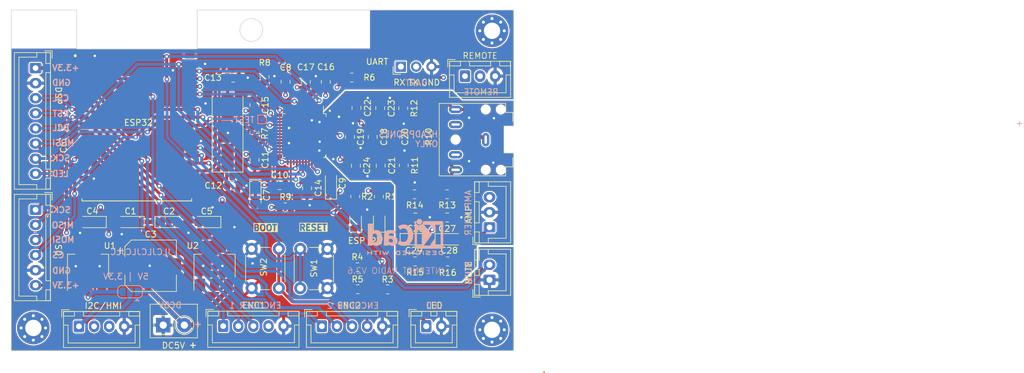
<source format=kicad_pcb>
(kicad_pcb (version 20240108) (generator "pcbnew") (generator_version "8.0")
  (layers (0 "F.Cu" mixed "F.Cu (Signal)") (1 "In1.Cu" signal "In1.Cu (Ground)") (2 "In2.Cu" signal "In2.Cu (Power)") (31 "B.Cu" mixed "B.Cu (Signal)") (34 "B.Paste" user) (35 "F.Paste" user) (36 "B.SilkS" user "B.Silkscreen") (37 "F.SilkS" user "F.Silkscreen") (38 "B.Mask" user) (39 "F.Mask" user) (44 "Edge.Cuts" user))
  (net 0 "")
  (net 1 "Net-(U3-XTALI{slash}MCLK)")
  (net 2 "GND")
  (net 3 "+3.3V")
  (net 4 "Net-(U3-XTALO)")
  (net 5 "Net-(U3-RCAP)")
  (net 6 "+5V")
  (net 7 "RESET")
  (net 8 "LED")
  (net 9 "ENC1_R")
  (net 10 "ENC1_L")
  (net 11 "ENC1_B")
  (net 12 "ENC2_R")
  (net 13 "ENC2_L")
  (net 14 "ENC2_B")
  (net 15 "DSP_CSL")
  (net 16 "DSP_DCL")
  (net 17 "BOOT")
  (net 18 "SD_CS")
  (net 19 "MISO")
  (net 20 "NXT_RX")
  (net 21 "NXT_TX")
  (net 22 "Net-(D1-A)")
  (net 23 "Net-(D2-A)")
  (net 24 "Net-(J12-Pin_1)")
  (net 25 "SCK")
  (net 26 "XCS")
  (net 27 "Net-(J12-Pin_3)")
  (net 28 "MOSI")
  (net 29 "Net-(J10-Pin_2)")
  (net 33 "DSP_LED")
  (net 34 "+1V8")
  (net 41 "Net-(U3-RX)")
  (net 42 "Net-(U3-GPIO0)")
  (net 45 "Net-(U3-VCO)")
  (net 46 "XDCS")
  (net 47 "DERQ")
  (net 50 "IR")
  (net 51 "MODE")
  (net 52 "Net-(J10-Pin_1)")
  (net 53 "Net-(C18-Pad1)")
  (net 54 "Net-(C21-Pad1)")
  (net 55 "Net-(C23-Pad1)")
  (net 56 "Net-(C25-Pad2)")
  (net 57 "Net-(C27-Pad2)")
  (net 58 "Net-(J1-Pin_1)")
  (net 59 "GBUF")
  (net 60 "RIGHT")
  (net 61 "LEFT")
  (net 64 "Net-(J6-Pin_1)")
  (footprint "Capacitor_SMD:C_0805_2012Metric" (layer "F.Cu") (at 137.3886 70.9422)
    (property "Reference" "C13")
    (property "Value" "22pF")
  )
  (footprint "ESP32-WROVER-IE:ESP32-WROVER-IE" (layer "F.Cu") (at 121.4498 75.57)
    (property "Reference" "MD1" (hide yes))
    (property "Value" "ESP32")
  )
  (footprint "Resistor_SMD:R_0805_2012Metric" (layer "F.Cu") (at 146.0265 92.4052)
    (property "Reference" "R9")
    (property "Value" "100K")
  )
  (footprint "Resistor_SMD:R_0805_2012Metric" (layer "F.Cu") (at 167.4368 90.2462 180)
    (property "Reference" "R14")
    (property "Value" "470")
  )
  (footprint "Capacitor_SMD:C_0805_2012Metric" (layer "F.Cu") (at 161.7472 75.9816 90)
    (property "Reference" "C23")
    (property "Value" "10nF")
  )
  (footprint "Capacitor_SMD:C_0805_2012Metric" (layer "F.Cu") (at 140.9446 84.5414 -90)
    (property "Reference" "C11")
    (property "Value" "100nF")
  )
  (footprint "Package_QFP:LQFP-48_7x7mm_P0.5mm" (layer "F.Cu") (at 149.1768 80.5242 -90)
    (property "Reference" "U3" (hide yes))
    (property "Value" "VS1053B")
  )
  (footprint "Resistor_SMD:R_0805_2012Metric" (layer "F.Cu") (at 140.9054 80.0515 90)
    (property "Reference" "R7")
    (property "Value" "1M")
  )
  (footprint "Connector_Audio:Jack_3.5mm_CUI_SJ1-3525N_Horizontal" (layer "F.Cu") (at 179.2116 81.2 90)
    (property "Reference" "J11" (hide yes))
    (property "Value" "HEADPHONES")
  )
  (footprint "Capacitor_SMD:C_0805_2012Metric" (layer "F.Cu") (at 160.495666 80.7466 -90)
    (property "Reference" "C20")
    (property "Value" "100nF")
  )
  (footprint "Capacitor_Tantalum_SMD:CP_EIA-3216-10_Kemet-I" (layer "F.Cu") (at 126.7498 94.8436)
    (property "Reference" "C2")
    (property "Value" "10uF")
  )
  (footprint "Package_TO_SOT_SMD:SOT-223-3_TabPin2" (layer "F.Cu") (at 134.3152 102.0826 90)
    (property "Reference" "U2")
    (property "Value" "AMS1117-1.8")
  )
  (footprint "Capacitor_SMD:C_0805_2012Metric" (layer "F.Cu") (at 161.8234 85.5066 90)
    (property "Reference" "C21")
    (property "Value" "10nF")
  )
  (footprint "Crystal:Crystal_SMD_HC49-SD" (layer "F.Cu") (at 136.4742 79.883 90)
    (property "Reference" "Y1" (hide yes))
    (property "Value" "12.288MHz")
  )
  (footprint "Connector_JST:JST_XH_B2B-XH-A_1x02_P2.50mm_Vertical" (layer "F.Cu") (at 169.3672 112.0902)
    (property "Reference" "J1" (hide yes))
    (property "Value" "LED")
  )
  (footprint "Capacitor_SMD:CP_Elec_8x6.5" (layer "F.Cu") (at 123.7254 102.0826)
    (property "Reference" "C3")
    (property "Value" "220mF")
  )
  (footprint "Resistor_SMD:R_0805_2012Metric" (layer "F.Cu") (at 172.8216 90.2462 180)
    (property "Reference" "R13")
    (property "Value" "470")
  )
  (footprint "Capacitor_Tantalum_SMD:CP_EIA-3216-10_Kemet-I" (layer "F.Cu") (at 153.5938 88.7461 90)
    (property "Reference" "C9")
    (property "Value" "10uF")
  )
  (footprint "Capacitor_SMD:C_0805_2012Metric" (layer "F.Cu") (at 157.7086 85.5066 -90)
    (property "Reference" "C24")
    (property "Value" "100nF")
  )
  (footprint "Capacitor_SMD:C_0805_2012Metric" (layer "F.Cu") (at 137.3632 88.773)
    (property "Reference" "C12")
    (property "Value" "22pF")
  )
  (footprint "Button_Switch_THT:SW_PUSH_6mm" (layer "F.Cu") (at 140.4578 105.7886 90)
    (property "Reference" "SW2")
    (property "Value" "BOOT")
  )
  (footprint "Resistor_SMD:R_0805_2012Metric" (layer "F.Cu") (at 161.5186 90.6291 -90)
    (property "Reference" "R1")
    (property "Value" "5,6K")
  )
  (footprint "Capacitor_SMD:C_0805_2012Metric" (layer "F.Cu") (at 157.8102 75.9308 90)
    (property "Reference" "C22")
    (property "Value" "100nF")
  )
  (footprint "Capacitor_Tantalum_SMD:CP_EIA-3216-10_Kemet-I" (layer "F.Cu") (at 120.3652 94.8436 180)
    (property "Reference" "C1")
    (property "Value" "10uF")
  )
  (footprint "Resistor_SMD:R_0805_2012Metric" (layer "F.Cu") (at 165.5572 76.0222 -90)
    (property "Reference" "R12")
    (property "Value" "22R")
  )
  (footprint "Connector_JST:JST_XH_B3B-XH-A_1x03_P2.50mm_Vertical" (layer "F.Cu") (at 179.832 95.7288 90)
    (property "Reference" "J12" (hide yes))
    (property "Value" "J12")
  )
  (footprint "Resistor_SMD:R_0805_2012Metric" (layer "F.Cu") (at 162.9645 105.9942)
    (property "Reference" "R3")
    (property "Value" "1,8K")
  )
  (footprint "Connector_JST:JST_XH_B8B-XH-A_1x08_P2.50mm_Vertical" (layer "F.Cu") (at 104.6734 69.3496 -90)
    (property "Reference" "J7" (hide yes))
    (property "Value" "SPI DISPLAY")
  )
  (footprint "MountingHole:MountingHole_2.7mm_M2.5_Pad_Via" (layer "F.Cu") (at 104.308309 112.379091)
    (property "Reference" "H3" (hide yes))
    (property "Value" "MountingHole")
  )
  (footprint "Resistor_SMD:R_0805_2012Metric" (layer "F.Cu") (at 157.0501 70.9168 180)
    (property "Reference" "R6")
    (property "Value" "10K")
  )
  (footprint "Capacitor_SMD:C_0805_2012Metric" (layer "F.Cu") (at 109.2962 79.4868 -90)
    (property "Reference" "C6")
    (property "Value" "100nF")
  )
  (footprint "Capacitor_Tantalum_SMD:CP_EIA-3216-10_Kemet-I" (layer "F.Cu") (at 167.3534 97.6761)
    (property "Reference" "C29")
    (property "Value" "10uF")
  )
  (footprint "Resistor_SMD:R_0805_2012Metric" (layer "F.Cu") (at 167.9702 80.7466 -90)
    (property "Reference" "R10")
    (property "Value" "10R")
  )
  (footprint "Resistor_SMD:R_0805_2012Metric" (layer "F.Cu") (at 165.6334 85.4691 -90)
    (property "Reference" "R11")
    (property "Value" "22R")
  )
  (footprint "Capacitor_SMD:C_0805_2012Metric" (layer "F.Cu") (at 164.247932 80.7466 90)
    (property "Reference" "C18")
    (property "Value" "47nF")
  )
  (footprint "Package_TO_SOT_SMD:SOT-223-3_TabPin2" (layer "F.Cu") (at 113.3602 102.0826 90)
    (property "Reference" "U1")
    (property "Value" "AMS1117-3.3")
  )
  (footprint "LED_SMD:LED_0805_2012Metric" (layer "F.Cu") (at 161.5694 94.8432 90)
    (property "Reference" "D1" (hide yes))
    (property "Value" "PWR(RED)")
  )
  (footprint "Capacitor_SMD:C_0805_2012Metric" (layer "F.Cu") (at 172.8216 94.087466 180)
    (property "Reference" "C27")
    (property "Value" "3.3nF")
  )
  (footprint "Capacitor_SMD:C_0805_2012Metric" (layer "F.Cu") (at 152.7302 71.632127 90)
    (property "Reference" "C16")
    (property "Value" "100nF")
  )
  (footprint "Capacitor_SMD:C_0805_2012Metric" (layer "F.Cu") (at 149.4282 71.637127 90)
    (property "Reference" "C17")
    (property "Value" "100nF")
  )
  (footprint "Connector_JST:JST_XH_B4B-XH-A_1x04_P2.50mm_Vertical" (layer "F.Cu") (at 111.8616 112.1156)
    (property "Reference" "J6" (hide yes))
    (property "Value" "NEXTION")
  )
  (footprint "Resistor_SMD:R_0805_2012Metric" (layer "F.Cu") (at 142.5956 70.8171 -90)
    (property "Reference" "R8")
    (property "Value" "100K")
  )
  (footprint "Button_Switch_THT:SW_PUSH_6mm" (layer "F.Cu") (at 152.999 99.2898 -90)
    (property "Reference" "SW1")
    (property "Value" "RESET")
  )
  (footprint "Resistor_SMD:R_0805_2012Metric" (layer "F.Cu") (at 157.9626 102.3366 180)
    (property "Reference" "R4")
    (property "Value" "10K")
  )
  (footprint "Connector_PinHeader_2.54mm:PinHeader_1x03_P2.54mm_Horizontal" (layer "F.Cu") (at 165.1508 69.1134 90)
    (property "Reference" "J10" (hide yes))
    (property "Value" "UART")
  )
  (footprint "Connector_JST:JST_XH_B6B-XH-A_1x06_P2.50mm_Vertical" (layer "F.Cu") (at 104.6734 92.8154 -90)
    (property "Reference" "J8" (hide yes))
    (property "Value" "SDCARD")
  )
  (footprint "MountingHole:MountingHole_2.7mm_M2.5" (layer "F.Cu") (at 104.1654 63.119)
    (property "Reference" "H1" (hide yes))
    (property "Value" "MountingHole")
  )
  (footprint "Connector_JST:JST_XH_B5B-XH-A_1x05_P2.50mm_Vertical" (layer "F.Cu") (at 135.7414 112.0732)
    (property "Reference" "J3" (hide yes))
    (property "Value" "ENC 1")
  )
  (footprint "Resistor_SMD:R_0805_2012Metric" (layer "F.Cu") (at 158.0134 105.9707 180)
    (property "Reference" "R5")
    (property "Value" "10K")
  )
  (footprint "Capacitor_Tantalum_SMD:CP_EIA-3216-10_Kemet-I" (layer "F.Cu") (at 133.0444 94.8436 180)
    (property "Reference" "C5")
    (property "Value" "10uF")
  )
  (footprint "Capacitor_SMD:C_0805_2012Metric" (layer "F.Cu") (at 140.9192 75.4786 90)
    (property "Reference" "C15")
    (property "Value" "100nF")
  )
  (footprint "Resistor_SMD:R_0805_2012Metric" (layer "F.Cu") (at 157.607 90.6253 -90)
    (property "Reference" "R2")
    (property "Value" "2K")
  )
  (footprint "MountingHole:MountingHole_2.7mm_M2.5_Pad_Via" (layer "F.Cu") (at 180.254309 112.683891)
    (property "Reference" "H4" (hide yes))
    (property "Value" "MountingHole")
  )
  (footprint "Capacitor_SMD:C_0805_2012Metric" (layer "F.Cu") (at 146.0754 71.616727 90)
    (property "Reference" "C8")
    (property "Value" "100nF")
  )
  (footprint "Capacitor_SMD:C_0805_2012Metric" (layer "F.Cu") (at 145.0746 88.7222)
    (property "Reference" "C10")
    (property "Value" "100nF")
  )
  (footprint "Resistor_SMD:R_0805_2012Metric" (layer "F.Cu") (at 167.5096 101.3591 180)
    (property "Reference" "R15")
    (property "Value" "10K")
  )
  (footprint "MountingHole:MountingHole_2.7mm_M2.5_Pad_Via" (layer "F.Cu") (at 180.254309 63.179291)
    (property "Reference" "H2" (hide yes))
    (property "Value" "MountingHole")
  )
  (footprint "Resistor_SMD:R_0805_2012Metric" (layer "F.Cu") (at 172.9179 101.3591 180)
    (property "Reference" "R16")
    (property "Value" "10K")
  )
  (footprint "Connector_JST:JST_XH_B2B-XH-A_1x02_P2.50mm_Vertical" (layer "F.Cu") (at 179.832 104.4194 90)
    (property "Reference" "J5" (hide yes))
    (property "Value" "MODE/MUTE")
  )
  (footprint "TerminalBlock_4Ucon:TerminalBlock_4Ucon_1x02_P3.50mm_Horizontal" (layer "F.Cu") (at 125.8114 111.9124)
    (property "Reference" "J9" (hide yes))
    (property "Value" "PWR")
  )
  (footprint "LED_SMD:LED_0805_2012Metric" (layer "F.Cu") (at 157.6578 94.8394 90)
    (property "Reference" "D2" (hide yes))
    (property "Value" "BOOT(GREEN)")
  )
  (footprint "Capacitor_Tantalum_SMD:CP_EIA-3216-10_Kemet-I" (layer "F.Cu") (at 173.1268 97.7015)
    (property "Reference" "C28")
    (property "Value" "10uF")
  )
  (footprint "Connector_JST:JST_XH_B5B-XH-A_1x05_P2.50mm_Vertical" (layer "F.Cu") (at 152.0806 112.0902)
    (property "Reference" "J4" (hide yes))
    (property "Value" "ENC 2")
  )
  (footprint "Capacitor_SMD:C_0805_2012Metric" (layer "F.Cu") (at 149.6314 89.2658 -90)
    (property "Reference" "C14")
    (property "Value" "100nF")
  )
  (footprint "Capacitor_SMD:C_0805_2012Metric" (layer "F.Cu") (at 156.7434 80.7466 -90)
    (property "Reference" "C19")
    (property "Value" "1uF")
  )
  (footprint "Connector_JST:JST_XH_B3B-XH-A_1x03_P2.50mm_Vertical" (layer "F.Cu") (at 175.7718 70.6882)
    (property "Reference" "J2" (hide yes))
    (property "Value" "IR")
  )
  (footprint "Capacitor_SMD:C_0805_2012Metric" (layer "F.Cu") (at 167.5877 94.091833 180)
    (property "Reference" "C25")
    (property "Value" "3.3nF")
  )
  (footprint "Capacitor_Tantalum_SMD:CP_EIA-3216-10_Kemet-I" (layer "F.Cu") (at 141.0716 90.0976 -90)
    (property "Reference" "C7")
    (property "Value" "10uF")
  )
  (footprint "Capacitor_Tantalum_SMD:CP_EIA-3216-10_Kemet-I" (layer "F.Cu") (at 114.0706 94.8436 180)
    (property "Reference" "C4")
    (property "Value" "10uF")
  )
  (footprint "TestPoint:TestPoint_Pad_1.0x1.0mm" (layer "B.Cu") (at 142.1892 77.851 180)
    (property "Reference" "TP1" (hide yes))
    (property "Value" "TEST" (hide yes))
  )
  (footprint "Symbol:KiCad-Logo2_5mm_SilkScreen" (layer "B.Cu") (at 165.8874 97.3074 180)
    (property "Reference" "" (hide yes))
    (property "Value" "" (hide yes))
  )
  (footprint "Jumper:SolderJumper-3_P1.3mm_Open_RoundedPad1.0x1.5mm" (layer "B.Cu") (at 120.3198 106.3851 180)
    (property "Reference" "JP2" (hide yes))
    (property "Value" "~")
  )
  (gr_line (start 104.37 96.5) (end 104.81 96.5) (stroke (width 0.15)) (layer "B.SilkS"))
  (gr_circle (center 153.3968 76.4142) (end 153.4968 76.4142) (stroke (width 0.18)) (fill none) (layer "F.SilkS"))
  (gr_circle (center 140.397378 63.0428) (end 141.754042 64.3636) (stroke (width 0.1)) (fill none) (layer "Edge.Cuts"))
  (gr_poly (pts (xy 100.6602 59.7408) (xy 111.4806 59.7408) (xy 111.4806 66.1924) (xy 131.445 66.1924) (xy 131.445 59.7408) (xy 183.8198 59.7408) (xy 183.8198 78.9432) (xy 182.2196 78.9432) (xy 182.2196 83.4136) (xy 183.8198 83.4136) (xy 183.8198 116.1288) (xy 100.6602 116.1288)) (stroke (width 0.1)) (fill none) (layer "Edge.Cuts"))
  (gr_text "MOSI" (at 109.265934 97.7646 0) (layer "B.SilkS") (effects (font (size 1 1) (thickness 0.2)) (justify mirror)))
  (gr_text "UART" (at 167.7416 71.8312 0) (layer "B.SilkS") (effects (font (size 1 1)) (justify mirror)))
  (gr_text "LED" (at 108.796153 86.8484 0) (layer "B.SilkS") (effects (font (size 1 1) (thickness 0.2)) (justify mirror)))
  (gr_text "INTERNET RADIO V2.6" (at 164.3126 102.9208 0) (layer "B.SilkS") (effects (font (size 1 1) (thickness 0.1)) (justify mirror)))
  (gr_text "SCK" (at 108.9152 84.2634 0) (layer "B.SilkS") (effects (font (size 1 1) (thickness 0.2)) (justify mirror)))
  (gr_text "RST" (at 108.850219 76.9112 0) (layer "B.SilkS") (effects (font (size 1 1) (thickness 0.2)) (justify mirror)))
  (gr_text "+" (at 267.5039 78.5457 90) (layer "B.SilkS") (effects (font (size 1 1))))
  (gr_text "DC5V" (at 126.9492 108.6104 0) (layer "B.SilkS") (effects (font (size 1 1)) (justify mirror)))
  (gr_text "+" (at 131.5974 111.7092 0) (layer "B.SilkS") (effects (font (size 1 1) (thickness 0.2))))
  (gr_text "CS" (at 108.4326 100.3146 0) (layer "B.SilkS") (effects (font (size 1 1) (thickness 0.2)) (justify mirror)))
  (gr_text "TEST" (at 139.2428 77.9272 0) (layer "B.SilkS") (effects (font (size 1 1)) (justify mirror)))
  (gr_text "MISO" (at 109.180219 95.3696 0) (layer "B.SilkS") (effects (font (size 1 1) (thickness 0.2)) (justify mirror)))
  (gr_text "SCK" (at 109.000219 92.8396 0) (layer "B.SilkS") (effects (font (size 1 1) (thickness 0.2)) (justify mirror)))
  (gr_text "HEADPHONES\nONLY" (at 171.3992 81.1022 0) (layer "B.SilkS") (effects (font (size 1 1)) (justify left mirror)))
  (gr_text "GND" (at 108.962819 71.7734 0) (layer "B.SilkS") (effects (font (size 1 1) (thickness 0.2)) (justify mirror)))
  (gr_text "REMOTE" (at 178.435 73.3044 0) (layer "B.SilkS") (effects (font (size 1 1)) (justify mirror)))
  (gr_text "+3.3V" (at 109.694505 105.3146 0) (layer "B.SilkS") (effects (font (size 1 1) (thickness 0.2)) (justify mirror)))
  (gr_text "GND" (at 108.980219 102.8896 0) (layer "B.SilkS") (effects (font (size 1 1) (thickness 0.2)) (justify mirror)))
  (gr_text "DCL" (at 108.843772 79.2534 0) (layer "B.SilkS") (effects (font (size 1 1) (thickness 0.2)) (justify mirror)))
  (gr_text "AMPLIFIER" (at 176.3014 93.3196 90) (layer "B.SilkS") (effects (font (size 1 1)) (justify mirror)))
  (gr_text "ENCODER 1" (at 141.0462 108.6612 0) (layer "B.SilkS") (effects (font (size 1 1)) (justify mirror)))
  (gr_text "LED" (at 170.688 108.6866 0) (layer "B.SilkS") (effects (font (size 1 1)) (justify mirror)))
  (gr_text "ENCODER 2" (at 157.2006 108.6866 0) (layer "B.SilkS") (effects (font (size 1 1)) (justify mirror)))
  (gr_text "MUTE" (at 176.403 103.2256 90) (layer "B.SilkS") (effects (font (size 1 1)) (justify mirror)))
  (gr_text "MOSI" (at 109.248533 81.7334 0) (layer "B.SilkS") (effects (font (size 1 1) (thickness 0.2)) (justify mirror)))
  (gr_text "CSL" (at 108.819962 74.3334 0) (layer "B.SilkS") (effects (font (size 1 1) (thickness 0.2)) (justify mirror)))
  (gr_text "+3.3V" (at 109.677105 69.3134 0) (layer "B.SilkS") (effects (font (size 1 1) (thickness 0.2)) (justify mirror)))
  (gr_text "5V | 3,3V" (at 119.634 103.8606 0) (layer "B.SilkS") (effects (font (size 1 1)) (justify mirror)))
  (gr_text "JLCJLCJLCJLC" (at 127.4064 100.3808 0) (layer "B.SilkS") (effects (font (size 1 1)) (justify left bottom mirror)))
  (gr_text "BOOT" (at 142.6972 95.8088 0) (layer "F.SilkS" knockout) (effects (font (size 1 1) (thickness 0.25) (bold yes))))
  (gr_text "LED" (at 170.7134 108.6612 0) (layer "F.SilkS") (effects (font (size 1 1))))
  (gr_text "+" (at 130.7338 115.189 0) (layer "F.SilkS") (effects (font (size 1 1) (thickness 0.2))))
  (gr_text "ESP" (at 157.8356 97.9424 0) (layer "F.SilkS") (effects (font (size 1 1))))
  (gr_text "UART" (at 161.2392 68.3006 0) (layer "F.SilkS") (effects (font (size 1 1))))
  (gr_text "REMOTE" (at 178.2826 67.31 0) (layer "F.SilkS") (effects (font (size 1 1) (thickness 0.125))))
  (gr_text "I2C/HMI" (at 115.9002 108.712 0) (layer "F.SilkS") (effects (font (size 1 1))))
  (gr_text "MUTE" (at 176.3776 103.251 90) (layer "F.SilkS") (effects (font (size 1 1))))
  (gr_text "ENC1" (at 140.7922 108.6358 0) (layer "F.SilkS") (effects (font (size 1 1))))
  (gr_text "GND" (at 170.098209 71.7296 0) (layer "F.SilkS") (effects (font (size 1 1))))
  (gr_text "PWR" (at 161.671 97.9932 0) (layer "F.SilkS") (effects (font (size 1 1))))
  (gr_text "DC5V" (at 127.508 115.2906 0) (layer "F.SilkS") (effects (font (size 1 1))))
  (gr_text "RESET" (at 150.622 95.758 0) (layer "F.SilkS" knockout) (effects (font (size 1 1) (thickness 0.25) (bold yes))))
  (gr_text "AMP" (at 176.403 93.599 90) (layer "F.SilkS") (effects (font (size 1 1))))
  (gr_text "RX" (at 164.916609 71.7296 0) (layer "F.SilkS") (effects (font (size 1 1))))
  (gr_text "DSP" (at 108.458 73.914 270) (layer "F.SilkS") (effects (font (size 1 1))))
  (gr_text "SD" (at 108.4326 99.4918 270) (layer "F.SilkS") (effects (font (size 1 1))))
  (gr_text "TX" (at 167.2336 71.7296 0) (layer "F.SilkS") (effects (font (size 1 1))))
  (gr_text "ENC2" (at 156.591 108.6612 0) (layer "F.SilkS") (effects (font (size 1 1))))
  (dimension (type center) (layer "F.Cu") (pts (xy 188.87 119.71) (xy 188.87 119.71)) (style (thickness 0.2) (arrow_length 1.27) (text_position_mode 0) (extension_offset 0.5) keep_text_aligned))
  (segment (start 136.7708 84.133) (end 136.4742 84.133) (width 0.2) (layer "F.Cu") (net 1))
  (segment (start 136.7708 82.609) (end 136.7708 84.133) (width 0.5) (layer "F.Cu") (net 1))
  (segment (start 138.4158 80.964) (end 136.7708 82.609) (width 0.5) (layer "F.Cu") (net 1))
  (segment (start 141.5952 80.2742) (end 145.0143 80.2742) (width 0.3) (layer "F.Cu") (net 1))
  (segment (start 136.3218 88.58) (end 136.3878 88.646) (width 0.5) (layer "F.Cu") (net 1))
  (segment (start 140.9054 80.964) (end 141.5952 80.2742) (width 0.3) (layer "F.Cu") (net 1))
  (segment (start 140.9054 80.964) (end 138.4158 80.964) (width 0.5) (layer "F.Cu") (net 1))
  (segment (start 136.3218 83.7581) (end 136.3218 88.58) (width 0.5) (layer "F.Cu") (net 1))
  (segment (start 153.3393 78.2742) (end 152.500759 78.2742) (width 0.3) (layer "F.Cu") (net 2))
  (segment (start 153.3393 81.2742) (end 153.3393 81.7742) (width 0.3) (layer "F.Cu") (net 2))
  (segment (start 131.6944 94.8436) (end 131.6736 94.8644) (width 0.2) (layer "F.Cu") (net 2))
  (segment (start 171.8672 112.0902) (end 172.1612 112.0902) (width 0.2) (layer "F.Cu") (net 2))
  (segment (start 153.3393 81.7742) (end 156.7014 81.7742) (width 0.3) (layer "F.Cu") (net 2))
  (segment (start 156.7014 81.7742) (end 156.7434 81.7322) (width 0.2) (layer "F.Cu") (net 2))
  (segment (start 156.5493 81.8247) (end 156.5998 81.7742) (width 0.3) (layer "F.Cu") (net 2))
  (segment (start 151.4268 83.81887) (end 151.4268 84.6867) (width 0.3) (layer "F.Cu") (net 2))
  (via (at 135.6106 102.108) (size 0.8) (drill 0.4) (layers "F.Cu" "B.Cu") (net 2))
  (via (at 169.9514 94.0562) (size 0.8) (drill 0.4) (layers "F.Cu" "B.Cu") (net 2))
  (via (at 118.9482 96.8502) (size 0.8) (drill 0.4) (layers "F.Cu" "B.Cu") (net 2))
  (via (at 180.5686 77.6478) (size 0.8) (drill 0.4) (layers "F.Cu" "B.Cu") (net 2))
  (via (at 159.639 87.249) (size 0.8) (drill 0.4) (layers "F.Cu" "B.Cu") (net 2))
  (via (at 154.9146 77.4192) (size 0.8) (drill 0.4) (layers "F.Cu" "B.Cu") (net 2))
  (via (at 146.6342 81.788) (size 0.8) (drill 0.4) (layers "F.Cu" "B.Cu") (net 2))
  (via (at 132.4356 102.0826) (size 0.8) (drill 0.4) (layers "F.Cu" "B.Cu") (net 2))
  (via (at 176.4538 77.5716) (size 0.8) (drill 0.4) (layers "F.Cu" "B.Cu") (net 2))
  (via (at 114.3254 87.6554) (size 0.8) (drill 0.4) (layers "F.Cu" "B.Cu") (net 2))
  (via (at 137.6094 95.69) (size 0.8) (drill 0.4) (layers "F.Cu" "B.Cu") (net 2))
  (via (at 139.5984 88.7984) (size 0.8) (drill 0.4) (layers "F.Cu" "B.Cu") (net 2))
  (via (at 111.3282 102.1588) (size 0.8) (drill 0.4) (layers "F.Cu" "B.Cu") (net 2))
  (via (at 150.0632 92.075) (size 0.8) (drill 0.4) (layers "F.Cu" "B.Cu") (net 2))
  (via (at 129.9972 96.6216) (size 0.8) (drill 0.4) (layers "F.Cu" "B.Cu") (net 2))
  (via (at 146.6342 79.2734) (size 0.8) (drill 0.4) (layers "F.Cu" "B.Cu") (net 2))
  (via (at 140.6094 101.69) (size 0.8) (drill 0.4) (layers "F.Cu" "B.Cu") (net 2))
  (via (at 158.496 82.5754) (size 0.8) (drill 0.4) (layers "F.Cu" "B.Cu") (net 2))
  (via (at 151.6888 78.2828) (size 0.8) (drill 0.4) (layers "F.Cu" "B.Cu") (net 2))
  (via (at 150.4188 78.0034) (size 0.8) (drill 0.4) (layers "F.Cu" "B.Cu") (net 2))
  (via (at 159.5882 92.7862) (size 0.8) (drill 0.4) (layers "F.Cu" "B.Cu") (net 2))
  (via (at 163.3474 74.295) (size 0.8) (drill 0.4) (layers "F.Cu" "B.Cu") (net 2))
  (via (at 123.571 102.0826) (size 0.8) (drill 0.4) (layers "F.Cu" "B.Cu") (net 2))
  (via (at 151.7142 81.534) (size 0.8) (drill 0.4) (layers "F.Cu" "B.Cu") (net 2))
  (via (at 167.4622 88.2904) (size 0.8) (drill 0.4) (layers "F.Cu" "B.Cu") (net 2))
  (via (at 159.6644 74.295) (size 0.8) (drill 0.4) (layers "F.Cu" "B.Cu") (net 2))
  (via (at 175.1838 94.0562) (size 0.8) (drill 0.4) (layers "F.Cu" "B.Cu") (net 2))
  (via (at 144.2212 70.6882) (size 0.8) (drill 0.4) (layers "F.Cu" "B.Cu") (net 2))
  (via (at 151.6634 83.0072) (size 0.8) (drill 0.4) (layers "F.Cu" "B.Cu") (net 2))
  (via (at 127.4064 69.723) (size 0.8) (drill 0.4) (layers "F.Cu" "B.Cu") (net 2))
  (via (at 132.7404 68.6562) (size 0.8) (drill 0.4) (layers "F.Cu" "B.Cu") (net 2))
  (via (at 132.0546 81.4324) (size 0.8) (drill 0.4) (layers "F.Cu" "B.Cu") (net 2))
  (via (at 139.8016 70.9422) (size 0.8) (drill 0.4) (layers "F.Cu" "B.Cu") (net 2))
  (via (at 153.9748 84.4296) (size 0.8) (drill 0.4) (layers "F.Cu" "B.Cu") (net 2))
  (via (at 165.6334 78.5622) (size 0.8) (drill 0.4) (layers "F.Cu" "B.Cu") (net 2))
  (via (at 165.7604 83.0072) (size 0.8) (drill 0.4) (layers "F.Cu" "B.Cu") (net 2))
  (via (at 180.467 85.0138) (size 0.8) (drill 0.4) (layers "F.Cu" "B.Cu") (net 2))
  (via (at 151.0792 70.6882) (size 0.8) (drill 0.4) (layers "F.Cu" "B.Cu") (net 2))
  (via (at 136.525 80.0862) (size 0.8) (drill 0.4) (layers "F.Cu" "B.Cu") (net 2))
  (via (at 115.2906 102.1588) (size 0.8) (drill 0.4) (layers "F.Cu" "B.Cu") (net 2))
  (via (at 157.226 78.486) (size 0.8) (drill 0.4) (layers "F.Cu" "B.Cu") (net 2))
  (via (at 132.8166 75.2094) (size 0.8) (drill 0.4) (layers "F.Cu" "B.Cu") (net 2))
  (via (at 176.4538 84.7598) (size 0.8) (drill 0.4) (layers "F.Cu" "B.Cu") (net 2))
  (via (at 114.4778 67.3354) (size 0.8) (drill 0.4) (layers "F.Cu" "B.Cu") (net 2))
  (via (at 112.0394 96.647) (size 0.8) (drill 0.4) (layers "F.Cu" "B.Cu") (net 2))
  (segment (start 115.443 94.8212) (end 115.4206 94.8436) (width 0.8) (layer "F.Cu") (net 3))
  (segment (start 154.5844 72.526233) (end 154.5844 72.47) (width 0.5) (layer "F.Cu") (net 3))
  (segment (start 158.9259 110.0065) (end 159.5628 110.6434) (width 0.5) (layer "F.Cu") (net 3))
  (segment (start 113.3856 105.2072) (end 113.3602 105.2326) (width 0.8) (layer "F.Cu") (net 3))
  (segment (start 155.162971 84.5566) (end 157.4546 84.5566) (width 0.5) (layer "F.Cu") (net 3))
  (segment (start 159.5628 112.0724) (end 159.5806 112.0902) (width 0.5) (layer "F.Cu") (net 3))
  (segment (start 153.5938 89.8144) (end 149.9268 86.1474) (width 0.3) (layer "F.Cu") (net 3))
  (segment (start 157.8102 77.6986) (end 158.5976 78.486) (width 0.5) (layer "F.Cu") (net 3))
  (segment (start 107.2642 68.58) (end 106.4946 69.3496) (width 0.6) (layer "F.Cu") (net 3))
  (segment (start 112.497 98.9326) (end 106.1142 105.3154) (width 0.5) (layer "F.Cu") (net 3))
  (segment (start 140.9192 76.4286) (end 142.139485 76.4286) (width 0.3) (layer "F.Cu") (net 3))
  (segment (start 143.985085 78.2742) (end 145.0143 78.2742) (width 0.3) (layer "F.Cu") (net 3))
  (segment (start 149.9268 86.1474) (end 149.9268 84.6867) (width 0.3) (layer "F.Cu") (net 3))
  (segment (start 113.3602 107.315) (end 113.3602 105.2326) (width 0.8) (layer "F.Cu") (net 3))
  (segment (start 143.286608 77.575723) (end 143.985085 78.2742) (width 0.3) (layer "F.Cu") (net 3))
  (segment (start 159.9184 79.8068) (end 160.2486 79.8068) (width 0.5) (layer "F.Cu") (net 3))
  (segment (start 143.7386 92.4052) (end 145.0632 92.4052) (width 0.5) (layer "F.Cu") (net 3))
  (segment (start 106.4946 69.3496) (end 104.6734 69.3496) (width 0.6) (layer "F.Cu") (net 3))
  (segment (start 142.845477 77.136384) (end 143.284816 77.575723) (width 0.3) (layer "F.Cu") (net 3))
  (segment (start 143.284816 77.575723) (end 143.286608 77.575723) (width 0.3) (layer "F.Cu") (net 3))
  (segment (start 113.3602 98.9326) (end 112.497 98.9326) (width 0.5) (layer "F.Cu") (net 3))
  (segment (start 139.5545 83.5914) (end 140.9446 83.5914) (width 0.5) (layer "F.Cu") (net 3))
  (segment (start 113.3602 98.9326) (end 113.3602 96.904) (width 0.8) (layer "F.Cu") (net 3))
  (segment (start 139.4714 76.4286) (end 140.9192 76.4286) (width 0.5) (layer "F.Cu") (net 3))
  (segment (start 147.9804 72.526233) (end 149.367306 72.526233) (width 0.5) (layer "F.Cu") (net 3))
  (segment (start 145.0632 92.4052) (end 145.0886 92.4306) (width 0.5) (layer "F.Cu") (net 3))
  (segment (start 153.3393 79.2742) (end 155.2186 79.2742) (width 0.3) (layer "F.Cu") (net 3))
  (segment (start 157.8102 76.8808) (end 157.8102 77.6986) (width 0.5) (layer "F.Cu") (net 3))
  (segment (start 139.5222 83.6237) (end 139.5545 83.5914) (width 0.2) (layer "F.Cu") (net 3))
  (segment (start 154.5844 72.47) (end 156.1376 70.9168) (width 0.5) (layer "F.Cu") (net 3))
  (segment (start 159.766 89.662) (end 161.464 89.662) (width 0.5) (layer "F.Cu") (net 3))
  (segment (start 159.5628 110.6434) (end 159.5628 112.0724) (width 0.5) (layer "F.Cu") (net 3))
  (segment (start 155.2186 79.2742) (end 157.612 76.8808) (width 0.3) (layer "F.Cu") (net 3))
  (segment (start 113.3602 96.904) (end 115.4206 94.8436) (width 0.8) (layer "F.Cu") (net 3))
  (segment (start 155.112171 84.5058) (end 155.112171 83.509571) (width 0.3) (layer "F.Cu") (net 3))
  (segment (start 115.443 92.4052) (end 115.443 94.8212) (width 0.8) (layer "F.Cu") (net 3))
  (segment (start 113.3856 98.958) (end 113.3856 105.2072) (width 0.8) (layer "F.Cu") (net 3))
  (segment (start 112.6998 68.58) (end 107.2642 68.58) (width 0.6) (layer "F.Cu") (net 3))
  (segment (start 149.4268 76.3617) (end 149.4268 72.4118) (width 0.3) (layer "F.Cu") (net 3))
  (segment (start 142.845477 77.134592) (end 142.845477 77.136384) (width 0.3) (layer "F.Cu") (net 3))
  (segment (start 113.3602 98.9326) (end 113.3856 98.958) (width 0.8) (layer "F.Cu") (net 3))
  (segment (start 154.3768 82.7742) (end 153.3393 82.7742) (width 0.3) (layer "F.Cu") (net 3))
  (segment (start 155.112171 84.5058) (end 155.162971 84.5566) (width 0.5) (layer "F.Cu") (net 3))
  (segment (start 142.139485 76.4286) (end 142.845477 77.134592) (width 0.3) (layer "F.Cu") (net 3))
  (segment (start 145.0886 92.4306) (end 145.114 92.4052) (width 0.4) (layer "F.Cu") (net 3))
  (segment (start 143.8888 80.7742) (end 145.0143 80.7742) (width 0.3) (layer "F.Cu") (net 3))
  (segment (start 140.9446 83.5914) (end 141.0716 83.5914) (width 0.3) (layer "F.Cu") (net 3))
  (segment (start 158.9259 105.9707) (end 158.9259 102.1842) (width 0.5) (layer "F.Cu") (net 3))
  (segment (start 154.862671 80.2742) (end 153.3393 80.2742) (width 0.3) (layer "F.Cu") (net 3))
  (segment (start 149.367306 72.526233) (end 149.4282 72.587127) (width 0.3) (layer "F.Cu") (net 3))
  (segment (start 154.6837 90.0961) (end 155.1178 89.662) (width 0.5) (layer "F.Cu") (net 3))
  (segment (start 106.1142 105.3154) (end 104.6734 105.3154) (width 0.5) (layer "F.Cu") (net 3))
  (segment (start 155.112171 80.5237) (end 154.862671 80.2742) (width 0.3) (layer "F.Cu") (net 3))
  (segment (start 141.0716 83.5914) (end 143.8888 80.7742) (width 0.3) (layer "F.Cu") (net 3))
  (segment (start 153.5938 90.0961) (end 154.6837 90.0961) (width 0.5) (layer "F.Cu") (net 3))
  (segment (start 157.612 76.8808) (end 157.8102 76.8808) (width 0.3) (layer "F.Cu") (net 3))
  (segment (start 155.112171 83.509571) (end 154.3768 82.7742) (width 0.3) (layer "F.Cu") (net 3))
  (segment (start 153.5938 90.0961) (end 153.5938 89.8144) (width 0.3) (layer "F.Cu") (net 3))
  (segment (start 158.5976 78.486) (end 159.9184 79.8068) (width 0.5) (layer "F.Cu") (net 3))
  (segment (start 161.464 89.662) (end 161.5186 89.7166) (width 0.5) (layer "F.Cu") (net 3))
  (segment (start 158.9259 105.9707) (end 158.9259 110.0065) (width 0.5) (layer "F.Cu") (net 3))
  (via (at 147.9804 72.526233) (size 0.8) (drill 0.4) (layers "F.Cu" "B.Cu") (net 3))
  (via (at 113.3602 107.315) (size 0.8) (drill 0.4) (layers "F.Cu" "B.Cu") (net 3))
  (via (at 133.985 92.4052) (size 0.8) (drill 0.4) (layers "F.Cu" "B.Cu") (net 3))
  (via (at 115.443 92.4052) (size 0.8) (drill 0.4) (layers "F.Cu" "B.Cu") (net 3))
  (via (at 154.5844 72.526233) (size 0.8) (drill 0.4) (layers "F.Cu" "B.Cu") (net 3))
  (via (at 155.112171 80.5237) (size 0.8) (drill 0.4) (layers "F.Cu" "B.Cu") (net 3))
  (via (at 159.766 89.662) (size 0.8) (drill 0.4) (layers "F.Cu" "B.Cu") (net 3))
  (via (at 139.4714 76.4286) (size 0.8) (drill 0.4) (layers "F.Cu" "B.Cu") (net 3))
  (via (at 155.112171 84.5058) (size 0.8) (drill 0.4) (layers "F.Cu" "B.Cu") (net 3))
  (via (at 139.5222 83.6237) (size 0.8) (drill 0.4) (layers "F.Cu" "B.Cu") (net 3))
  (via (at 158.5976 78.486) (size 0.8) (drill 0.4) (layers "F.Cu" "B.Cu") (net 3))
  (via (at 143.7386 92.4052) (size 0.8) (drill 0.4) (layers "F.Cu" "B.Cu") (net 3))
  (via (at 155.1178 89.662) (size 0.8) (drill 0.4) (layers "F.Cu" "B.Cu") (net 3))
  (segment (start 114.3 106.3752) (end 119.0099 106.3752) (width 0.7) (layer "B.Cu") (net 3))
  (segment (start 119.0099 106.3752) (end 119.0198 106.3851) (width 0.7) (layer "B.Cu") (net 3))
  (segment (start 113.3602 107.315) (end 114.3 106.3752) (width 0.7) (layer "B.Cu") (net 3))
  (segment (start 136.4742 75.633) (end 136.4742 76.8858) (width 0.5) (layer "F.Cu") (net 4))
  (segment (start 141.5406 79.7742) (end 140.8546 79.0882) (width 0.3) (layer "F.Cu") (net 4))
  (segment (start 140.88 79.1136) (end 140.9054 79.139) (width 0.5) (layer "F.Cu") (net 4))
  (segment (start 136.4742 75.3282) (end 136.4742 70.8762) (width 0.5) (layer "F.Cu") (net 4))
  (segment (start 136.4742 76.8858) (end 138.7274 79.139) (width 0.5) (layer "F.Cu") (net 4))
  (segment (start 145.0143 79.7742) (end 141.5406 79.7742) (width 0.3) (layer "F.Cu") (net 4))
  (segment (start 138.7274 79.139) (end 140.9054 79.139) (width 0.5) (layer "F.Cu") (net 4))
  (segment (start 156.6854 79.7742) (end 153.3393 79.7742) (width 0.3) (layer "F.Cu") (net 5))
  (segment (start 121.7914 94.7674) (end 121.7152 94.8436) (width 0.2) (layer "F.Cu") (net 6))
  (segment (start 115.6602 105.2326) (end 115.6602 105.0912) (width 0.8) (layer "F.Cu") (net 6))
  (segment (start 120.6754 103.3018) (end 129.286 111.9124) (width 0.8) (layer "F.Cu") (net 6))
  (segment (start 121.7152 94.8436) (end 121.7168 94.8452) (width 0.2) (layer "F.Cu") (net 6))
  (segment (start 121.8422 94.8182) (end 121.7914 94.7674) (width 0.8) (layer "F.Cu") (net 6))
  (segment (start 125.349 94.8182) (end 121.8422 94.8182) (width 0.8) (layer "F.Cu") (net 6))
  (segment (start 121.7168 94.8452) (end 121.7168 101.0412) (width 0.8) (layer "F.Cu") (net 6))
  (segment (start 129.286 111.9124) (end 130.7128 111.9124) (width 0.8) (layer "F.Cu") (net 6))
  (segment (start 115.6602 105.0912) (end 118.6688 102.0826) (width 0.8) (layer "F.Cu") (net 6))
  (segment (start 118.6688 102.0826) (end 120.6754 102.0826) (width 0.8) (layer "F.Cu") (net 6))
  (segment (start 120.6754 102.0826) (end 120.6754 103.3018) (width 0.8) (layer "F.Cu") (net 6))
  (segment (start 136.6152 106.01) (end 136.6152 105.36) (width 0.8) (layer "F.Cu") (net 6))
  (segment (start 121.7168 101.0412) (end 120.6754 102.0826) (width 0.8) (layer "F.Cu") (net 6))
  (segment (start 130.7128 111.9124) (end 136.6152 106.01) (width 0.8) (layer "F.Cu") (net 6))
  (segment (start 123.7333 106.3851) (end 129.2606 111.9124) (width 0.7) (layer "B.Cu") (net 6))
  (segment (start 129.2606 111.9124) (end 129.3114 111.9124) (width 0.7) (layer "B.Cu") (net 6))
  (segment (start 121.6198 106.3851) (end 123.7333 106.3851) (width 0.7) (layer "B.Cu") (net 6))
  (segment (start 126.3734 67.42) (end 115.7902 67.42) (width 0.5) (layer "F.Cu") (net 7))
  (segment (start 109.2962 76.8858) (end 109.2962 78.2574) (width 0.5) (layer "F.Cu") (net 7))
  (segment (start 109.3724 72.5424) (end 112.0648 69.85) (width 0.5) (layer "F.Cu") (net 7))
  (segment (start 109.3724 76.8096) (end 109.3724 72.5424) (width 0.5) (layer "F.Cu") (net 7))
  (segment (start 151.5458 102.3366) (end 148.499 99.2898) (width 0.5) (layer "F.Cu") (net 7))
  (segment (start 157.0501 102.3366) (end 151.5458 102.3366) (width 0.5) (layer "F.Cu") (net 7))
  (segment (start 151.634577 74.7119) (end 150.9268 75.419677) (width 0.3) (layer "F.Cu") (net 7))
  (segment (start 112.0648 69.85) (end 113.18 69.85) (width 0.5) (layer "F.Cu") (net 7))
  (segment (start 109.3724 76.8096) (end 109.2962 76.8858) (width 0.5) (layer "F.Cu") (net 7))
  (segment (start 150.9268 75.419677) (end 150.9268 76.3617) (width 0.3) (layer "F.Cu") (net 7))
  (segment (start 113.3602 69.85) (end 112.6998 69.85) (width 0.5) (layer "F.Cu") (net 7))
  (segment (start 126.3904 67.437) (end 126.3734 67.42) (width 0.5) (layer "F.Cu") (net 7))
  (segment (start 109.2962 78.2574) (end 109.347 78.3082) (width 0.5) (layer "F.Cu") (net 7))
  (segment (start 126.4158 71.1962) (end 126.3904 71.1708) (width 0.5) (layer "F.Cu") (net 7))
  (segment (start 115.7902 67.42) (end 113.3602 69.85) (width 0.5) (layer "F.Cu") (net 7))
  (segment (start 126.3904 71.1708) (end 126.3904 67.437) (width 0.5) (layer "F.Cu") (net 7))
  (via (at 126.3904 67.437) (size 0.8) (drill 0.4) (layers "F.Cu" "B.Cu") (net 7))
  (via (at 151.634577 74.7119) (size 0.8) (drill 0.4) (layers "F.Cu" "B.Cu") (net 7))
  (via (at 126.4158 71.1962) (size 0.8) (drill 0.4) (layers "F.Cu" "B.Cu") (net 7))
  (via (at 109.3724 76.8096) (size 0.8) (drill 0.4) (layers "F.Cu" "B.Cu") (net 7))
  (segment (start 151.634577 74.7119) (end 151.634577 74.672577) (width 0.5) (layer "B.Cu") (net 7))
  (segment (start 144.211895 100.9142) (end 146.8746 100.9142) (width 0.5) (layer "B.Cu") (net 7))
  (segment (start 126.4412 71.2216) (end 126.4412 80.7974) (width 0.5) (layer "B.Cu") (net 7))
  (segment (start 142.875 97.2312) (end 142.875 99.577305) (width 0.5) (layer "B.Cu") (net 7))
  (segment (start 104.688 76.835) (end 104.6734 76.8496) (width 0.5) (layer "B.Cu") (net 7))
  (segment (start 144.399 67.437) (end 126.3904 67.437) (width 0.5) (layer "B.Cu") (net 7))
  (segment (start 148.499 99.2898) (end 148.499 105.7898) (width 0.5) (layer "B.Cu") (net 7))
  (segment (start 109.3724 76.8096) (end 109.347 76.835) (width 0.5) (layer "B.Cu") (net 7))
  (segment (start 126.4158 71.1962) (end 126.4412 71.2216) (width 0.5) (layer "B.Cu") (net 7))
  (segment (start 142.875 99.577305) (end 144.211895 100.9142) (width 0.5) (layer "B.Cu") (net 7))
  (segment (start 109.347 76.835) (end 104.688 76.835) (width 0.5) (layer "B.Cu") (net 7))
  (segment (start 146.8746 100.9142) (end 148.499 99.2898) (width 0.5) (layer "B.Cu") (net 7))
  (segment (start 151.634577 74.672577) (end 144.399 67.437) (width 0.5) (layer "B.Cu") (net 7))
  (segment (start 126.4412 80.7974) (end 142.875 97.2312) (width 0.5) (layer "B.Cu") (net 7))
  (segment (start 162.0539 105.9688) (end 162.0539 101.3479) (width 0.5) (layer "F.Cu") (net 8))
  (segment (start 133.344801 85.09) (end 130.1998 85.09) (width 0.5) (layer "F.Cu") (net 8))
  (segment (start 154.0256 93.2942) (end 157.607 89.7128) (width 0.5) (layer "F.Cu") (net 8))
  (via (at 162.0539 101.3479) (size 0.8) (drill 0.4) (layers "F.Cu" "B.Cu") (net 8))
  (via (at 133.344801 85.09) (size 0.8) (drill 0.4) (layers "F.Cu" "B.Cu") (net 8))
  (via (at 154.0256 93.2942) (size 0.8) (drill 0.4) (layers "F.Cu" "B.Cu") (net 8))
  (segment (start 154.0256 93.2942) (end 141.5542 93.2942) (width 0.5) (layer "B.Cu") (net 8))
  (segment (start 141.5542 93.2942) (end 133.35 85.09) (width 0.5) (layer "B.Cu") (net 8))
  (segment (start 133.3532 85.09) (end 133.344801 85.09) (width 0.5) (layer "B.Cu") (net 8))
  (segment (start 162.0539 101.3479) (end 154.0256 93.3196) (width 0.5) (layer "B.Cu") (net 8))
  (segment (start 154.0256 93.3196) (end 154.0256 93.2942) (width 0.5) (layer "B.Cu") (net 8))
  (segment (start 133.35 85.09) (end 133.344801 85.09) (width 0.5) (layer "B.Cu") (net 8))
  (segment (start 122.26233 84.76186) (end 122.25226 84.76186) (width 0.5) (layer "F.Cu") (net 9))
  (segment (start 115.062 77.5716) (end 115.062 75.309425) (width 0.5) (layer "F.Cu") (net 9))
  (segment (start 115.062 75.309425) (end 113.412575 73.66) (width 0.5) (layer "F.Cu") (net 9))
  (segment (start 122.25226 84.76186) (end 115.062 77.5716) (width 0.5) (layer "F.Cu") (net 9))
  (segment (start 113.412575 73.66) (end 112.6998 73.66) (width 0.5) (layer "F.Cu") (net 9))
  (via (at 122.26233 84.76186) (size 0.8) (drill 0.4) (layers "F.Cu" "B.Cu") (net 9))
  (segment (start 122.283584 95.842184) (end 135.7738 109.3324) (width 0.5) (layer "B.Cu") (net 9))
  (segment (start 135.7738 109.3324) (end 135.7738 112.0902) (width 0.5) (layer "B.Cu") (net 9))
  (segment (start 122.267365 84.766895) (end 122.268071 84.766895) (width 0.4) (layer "B.Cu") (net 9))
  (segment (start 122.26233 84.76186) (end 122.267365 84.766895) (width 0.4) (layer "B.Cu") (net 9))
  (segment (start 122.283584 84.782408) (end 122.283584 95.842184) (width 0.5) (layer "B.Cu") (net 9))
  (segment (start 116.0018 75.0284) (end 113.3634 72.39) (width 0.5) (layer "F.Cu") (net 10))
  (segment (start 113.3634 72.39) (end 112.6998 72.39) (width 0.5) (layer "F.Cu") (net 10))
  (segment (start 123.2549 84.4691) (end 116.0018 77.216) (width 0.5) (layer "F.Cu") (net 10))
  (segment (start 123.2549 84.5312) (end 123.2549 84.4691) (width 0.5) (layer "F.Cu") (net 10))
  (segment (start 116.0018 77.216) (end 116.0018 75.0284) (width 0.5) (layer "F.Cu") (net 10))
  (via (at 123.2549 84.5312) (size 0.8) (drill 0.4) (layers "F.Cu" "B.Cu") (net 10))
  (segment (start 123.19 84.5961) (end 123.19 95.4024) (width 0.5) (layer "B.Cu") (net 10))
  (segment (start 138.2738 110.4862) (end 138.2738 112.0902) (width 0.5) (layer "B.Cu") (net 10))
  (segment (start 123.2549 84.5312) (end 123.19 84.5961) (width 0.5) (layer "B.Cu") (net 10))
  (segment (start 123.19 95.4024) (end 138.2738 110.4862) (width 0.5) (layer "B.Cu") (net 10))
  (segment (start 121.1326 71.12) (end 112.6998 71.12) (width 0.5) (layer "F.Cu") (net 11))
  (segment (start 124.1044 74.0918) (end 121.1326 71.12) (width 0.5) (layer "F.Cu") (net 11))
  (via (at 124.1044 74.0918) (size 0.8) (drill 0.4) (layers "F.Cu" "B.Cu") (net 11))
  (segment (start 124.1044 74.0918) (end 124.1044 94.9706) (width 0.5) (layer "B.Cu") (net 11))
  (segment (start 124.1044 94.9706) (end 140.7738 111.64) (width 0.5) (layer "B.Cu") (net 11))
  (segment (start 140.7738 111.64) (end 140.7738 112.0902) (width 0.5) (layer "B.Cu") (net 11))
  (segment (start 125.1094 91.427393) (end 125.1094 91.3528) (width 0.5) (layer "F.Cu") (net 12))
  (segment (start 113.876599 80.119999) (end 112.6998 80.119999) (width 0.5) (layer "F.Cu") (net 12))
  (segment (start 125.1094 91.3528) (end 113.876599 80.119999) (width 0.5) (layer "F.Cu") (net 12))
  (via (at 125.1094 91.427393) (size 0.8) (drill 0.4) (layers "F.Cu" "B.Cu") (net 12))
  (segment (start 125.1094 91.427393) (end 125.1094 93.5118) (width 0.5) (layer "B.Cu") (net 12))
  (segment (start 144.8435 110.0074) (end 149.9978 110.0074) (width 0.5) (layer "B.Cu") (net 12))
  (segment (start 125.1094 93.5118) (end 139.2428 107.6452) (width 0.5) (layer "B.Cu") (net 12))
  (segment (start 139.2428 107.6452) (end 142.4813 107.6452) (width 0.5) (layer "B.Cu") (net 12))
  (segment (start 149.9978 110.0074) (end 152.0806 112.0902) (width 0.5) (layer "B.Cu") (net 12))
  (segment (start 142.4813 107.6452) (end 144.8435 110.0074) (width 0.5) (layer "B.Cu") (net 12))
  (segment (start 113.7952 78.74) (end 112.809799 78.74) (width 0.5) (layer "F.Cu") (net 13))
  (segment (start 125.446812 90.402388) (end 125.446812 90.391612) (width 0.5) (layer "F.Cu") (net 13))
  (segment (start 125.446812 90.391612) (end 113.7952 78.74) (width 0.5) (layer "F.Cu") (net 13))
  (via (at 125.446812 90.402388) (size 0.8) (drill 0.4) (layers "F.Cu" "B.Cu") (net 13))
  (segment (start 125.446812 90.420212) (end 138.938 103.9114) (width 0.5) (layer "B.Cu") (net 13))
  (segment (start 142.875 106.6038) (end 145.3134 109.0422) (width 0.5) (layer "B.Cu") (net 13))
  (segment (start 138.938 103.9114) (end 141.5034 103.9114) (width 0.5) (layer "B.Cu") (net 13))
  (segment (start 142.875 105.283) (end 142.875 106.6038) (width 0.5) (layer "B.Cu") (net 13))
  (segment (start 145.3134 109.0422) (end 151.5326 109.0422) (width 0.5) (layer "B.Cu") (net 13))
  (segment (start 141.5034 103.9114) (end 142.875 105.283) (width 0.5) (layer "B.Cu") (net 13))
  (segment (start 125.446812 90.402388) (end 125.446812 90.420212) (width 0.5) (layer "B.Cu") (net 13))
  (segment (start 151.5326 109.0422) (end 154.5806 112.0902) (width 0.5) (layer "B.Cu") (net 13))
  (segment (start 114.1762 75.7428) (end 113.3634 74.93) (width 0.5) (layer "F.Cu") (net 14))
  (segment (start 125.138488 88.881912) (end 125.138488 88.839394) (width 0.5) (layer "F.Cu") (net 14))
  (segment (start 125.138488 88.839394) (end 114.1762 77.877106) (width 0.5) (layer "F.Cu") (net 14))
  (segment (start 114.1762 77.877106) (end 114.1762 75.7428) (width 0.5) (layer "F.Cu") (net 14))
  (segment (start 113.3634 74.93) (end 112.6998 74.93) (width 0.5) (layer "F.Cu") (net 14))
  (via (at 125.138488 88.881912) (size 0.8) (drill 0.4) (layers "F.Cu" "B.Cu") (net 14))
  (segment (start 147.4978 108.1024) (end 153.0928 108.1024) (width 0.5) (layer "B.Cu") (net 14))
  (segment (start 153.0928 108.1024) (end 157.0806 112.0902) (width 0.5) (layer "B.Cu") (net 14))
  (segment (start 146.7612 105.0036) (end 146.7612 107.3658) (width 0.5) (layer "B.Cu") (net 14))
  (segment (start 125.138488 88.892688) (end 139.2174 102.9716) (width 0.5) (layer "B.Cu") (net 14))
  (segment (start 139.2174 102.9716) (end 144.7292 102.9716) (width 0.5) (layer "B.Cu") (net 14))
  (segment (start 146.7612 107.3658) (end 147.4978 108.1024) (width 0.5) (layer "B.Cu") (net 14))
  (segment (start 144.7292 102.9716) (end 146.7612 105.0036) (width 0.5) (layer "B.Cu") (net 14))
  (segment (start 125.138488 88.881912) (end 125.138488 88.892688) (width 0.5) (layer "B.Cu") (net 14))
  (segment (start 110.7186 76.2) (end 112.6998 76.2) (width 0.5) (layer "F.Cu") (net 15))
  (via (at 110.7186 76.2) (size 0.8) (drill 0.4) (layers "F.Cu" "B.Cu") (net 15))
  (segment (start 104.7026 74.3204) (end 104.6734 74.3496) (width 0.5) (layer "B.Cu") (net 15))
  (segment (start 108.839 74.3204) (end 104.7026 74.3204) (width 0.5) (layer "B.Cu") (net 15))
  (segment (start 110.7186 76.2) (end 108.839 74.3204) (width 0.5) (layer "B.Cu") (net 15))
  (segment (start 110.8202 77.47) (end 112.6998 77.47) (width 0.5) (layer "F.Cu") (net 16))
  (via (at 110.8202 77.47) (size 0.8) (drill 0.4) (layers "F.Cu" "B.Cu") (net 16))
  (segment (start 110.8202 77.47) (end 108.9698 79.3204) (width 0.5) (layer "B.Cu") (net 16))
  (segment (start 104.7026 79.3204) (end 104.6734 79.3496) (width 0.5) (layer "B.Cu") (net 16))
  (segment (start 108.9698 79.3204) (end 104.7026 79.3204) (width 0.5) (layer "B.Cu") (net 16))
  (segment (start 144.9578 105.7886) (end 147.1954 108.0262) (width 0.5) (layer "F.Cu") (net 17))
  (segment (start 147.1954 108.0262) (end 155.2194 108.0262) (width 0.5) (layer "F.Cu") (net 17))
  (segment (start 157.1009 106.1447) (end 157.1009 105.9707) (width 0.5) (layer "F.Cu") (net 17))
  (segment (start 155.2194 108.0262) (end 157.1009 106.1447) (width 0.5) (layer "F.Cu") (net 17))
  (segment (start 132.1848 83.82) (end 130.309799 83.82) (width 0.5) (layer "F.Cu") (net 17))
  (segment (start 144.9578 99.2886) (end 144.9578 105.7886) (width 0.5) (layer "F.Cu") (net 17))
  (via (at 132.1848 83.82) (size 0.8) (drill 0.4) (layers "F.Cu" "B.Cu") (net 17))
  (segment (start 144.9578 97.9932) (end 132.1848 85.2202) (width 0.5) (layer "B.Cu") (net 17))
  (segment (start 132.1848 85.2202) (end 132.1848 83.82) (width 0.5) (layer "B.Cu") (net 17))
  (segment (start 144.9578 99.2886) (end 144.9578 97.9932) (width 0.5) (layer "B.Cu") (net 17))
  (segment (start 111.1504 87.0794) (end 111.8698 86.36) (width 0.5) (layer "F.Cu") (net 18))
  (segment (start 111.8698 86.36) (end 113.2332 86.36) (width 0.5) (layer "F.Cu") (net 18))
  (segment (start 111.1504 90.1446) (end 111.1504 87.0794) (width 0.5) (layer "F.Cu") (net 18))
  (via (at 111.1504 90.1446) (size 0.8) (drill 0.4) (layers "F.Cu" "B.Cu") (net 18))
  (segment (start 111.1504 90.1446) (end 111.1504 93.8384) (width 0.5) (layer "B.Cu") (net 18))
  (segment (start 111.1504 93.8384) (end 104.6734 100.3154) (width 0.5) (layer "B.Cu") (net 18))
  (segment (start 121.2342 80.7833) (end 121.2342 80.7244) (width 0.5) (layer "F.Cu") (net 19))
  (segment (start 125.7586 76.2) (end 130.1998 76.2) (width 0.5) (layer "F.Cu") (net 19))
  (segment (start 131.5262 76.2) (end 130.1998 76.2) (width 0.5) (layer "F.Cu") (net 19))
  (segment (start 148.9202 86.9442) (end 148.9202 86.536007) (width 0.3) (layer "F.Cu") (net 19))
  (segment (start 148.9268 86.529407) (end 148.9268 84.6867) (width 0.3) (layer "F.Cu") (net 19))
  (segment (start 121.2342 80.7244) (end 125.7586 76.2) (width 0.5) (layer "F.Cu") (net 19))
  (segment (start 148.9202 86.536007) (end 148.9268 86.529407) (width 0.3) (layer "F.Cu") (net 19))
  (via (at 131.5262 76.2) (size 0.8) (drill 0.4) (layers "F.Cu" "B.Cu") (net 19))
  (via (at 121.2342 80.7833) (size 0.8) (drill 0.4) (layers "F.Cu" "B.Cu") (net 19))
  (via (at 148.9202 86.9442) (size 0.8) (drill 0.4) (layers "F.Cu" "B.Cu") (net 19))
  (segment (start 148.9202 86.9442) (end 148.876468 86.900468) (width 0.4) (layer "B.Cu") (net 19))
  (segment (start 131.5262 76.2) (end 131.5262 78.2084) (width 0.5) (layer "B.Cu") (net 19))
  (segment (start 121.2342 80.7833) (end 119.2925 80.7833) (width 0.5) (layer "B.Cu") (net 19))
  (segment (start 131.5262 78.2084) (end 140.218268 86.900468) (width 0.5) (layer "B.Cu") (net 19))
  (segment (start 140.218268 86.900468) (end 148.876468 86.900468) (width 0.5) (layer "B.Cu") (net 19))
  (segment (start 104.7604 95.3154) (end 104.6734 95.3154) (width 0.5) (layer "B.Cu") (net 19))
  (segment (start 119.2925 80.7833) (end 104.7604 95.3154) (width 0.5) (layer "B.Cu") (net 19))
  (segment (start 109.8042 96.6216) (end 109.8042 83.566) (width 0.5) (layer "F.Cu") (net 20))
  (segment (start 112.0934 81.28) (end 112.6998 81.28) (width 0.5) (layer "F.Cu") (net 20))
  (segment (start 112.0902 81.28) (end 112.6998 81.28) (width 0.5) (layer "F.Cu") (net 20))
  (segment (start 109.8042 83.566) (end 112.0902 81.28) (width 0.5) (layer "F.Cu") (net 20))
  (via (at 109.8042 96.6216) (size 0.8) (drill 0.4) (layers "F.Cu" "B.Cu") (net 20))
  (segment (start 116.7892 96.8502) (end 116.7892 85.9758) (width 0.5) (layer "F.Cu") (net 21))
  (segment (start 113.3634 82.55) (end 112.6998 82.55) (width 0.5) (layer "F.Cu") (net 21))
  (segment (start 116.7892 85.9758) (end 113.3634 82.55) (width 0.5) (layer "F.Cu") (net 21))
  (via (at 116.7892 96.8502) (size 0.8) (drill 0.4) (layers "F.Cu" "B.Cu") (net 21))
  (segment (start 161.5186 91.5416) (end 161.5186 93.8549) (width 0.5) (layer "F.Cu") (net 22))
  (segment (start 157.607 91.5378) (end 157.607 93.8511) (width 0.5) (layer "F.Cu") (net 23))
  (segment (start 174.7465 97.7015) (end 177.8631 97.7015) (width 0.5) (layer "F.Cu") (net 24))
  (segment (start 179.832 95.7326) (end 179.832 95.7288) (width 0.5) (layer "F.Cu") (net 24))
  (segment (start 173.7316 98.4467) (end 173.7316 101.5975) (width 0.5) (layer "F.Cu") (net 24))
  (segment (start 174.5056 97.9424) (end 174.7465 97.7015) (width 0.5) (layer "F.Cu") (net 24))
  (segment (start 177.8631 97.7015) (end 179.832 95.7326) (width 0.5) (layer "F.Cu") (net 24))
  (segment (start 173.7341 101.6) (end 173.8365 101.6) (width 0.2) (layer "F.Cu") (net 24))
  (segment (start 174.4768 97.7015) (end 173.7316 98.4467) (width 0.5) (layer "F.Cu") (net 24))
  (segment (start 173.7316 101.5975) (end 173.7341 101.6) (width 0.2) (layer "F.Cu") (net 24))
  (segment (start 106.0984 91.3904) (end 104.6734 92.8154) (width 0.5) (layer "F.Cu") (net 25))
  (segment (start 104.6734 84.3496) (end 106.0984 85.7746) (width 0.5) (layer "F.Cu") (net 25))
  (segment (start 132.3757 77.47) (end 130.1998 77.47) (width 0.5) (layer "F.Cu") (net 25))
  (segment (start 147.6773 86.000468) (end 147.9268 85.750968) (width 0.3) (layer "F.Cu") (net 25))
  (segment (start 106.0984 85.7746) (end 106.0984 91.3904) (width 0.5) (layer "F.Cu") (net 25))
  (segment (start 125.689976 77.47) (end 130.1998 77.47) (width 0.5) (layer "F.Cu") (net 25))
  (segment (start 147.9268 85.750968) (end 147.9268 84.6867) (width 0.3) (layer "F.Cu") (net 25))
  (segment (start 123.209688 79.950288) (end 125.689976 77.47) (width 0.5) (layer "F.Cu") (net 25))
  (via (at 123.209688 79.950288) (size 0.8) (drill 0.4) (layers "F.Cu" "B.Cu") (net 25))
  (via (at 147.6773 86.000468) (size 0.8) (drill 0.4) (layers "F.Cu" "B.Cu") (net 25))
  (via (at 132.3757 77.47) (size 0.8) (drill 0.4) (layers "F.Cu" "B.Cu") (net 25))
  (segment (start 107.9068 84.3204) (end 104.7026 84.3204) (width 0.5) (layer "B.Cu") (net 25))
  (segment (start 123.1932 79.9338) (end 112.2934 79.9338) (width 0.5) (layer "B.Cu") (net 25))
  (segment (start 112.2934 79.9338) (end 107.9068 84.3204) (width 0.5) (layer "B.Cu") (net 25))
  (segment (start 147.647968 86.0298) (end 147.6773 86.000468) (width 0.5) (layer "B.Cu") (net 25))
  (segment (start 147.6773 86.000468) (end 147.657268 86.0205) (width 0.5) (layer "B.Cu") (net 25))
  (segment (start 132.3757 77.7879) (end 140.6176 86.0298) (width 0.5) (layer "B.Cu") (net 25))
  (segment (start 104.7026 84.3204) (end 104.6734 84.3496) (width 0.5) (layer "B.Cu") (net 25))
  (segment (start 123.209688 79.950288) (end 123.1932 79.9338) (width 0.5) (layer "B.Cu") (net 25))
  (segment (start 140.6176 86.0298) (end 147.647968 86.0298) (width 0.5) (layer "B.Cu") (net 25))
  (segment (start 132.3757 77.47) (end 132.3757 77.7879) (width 0.5) (layer "B.Cu") (net 25))
  (segment (start 133.553151 77.763976) (end 132.503877 78.81325) (width 0.5) (layer "F.Cu") (net 26))
  (segment (start 130.22305 78.76325) (end 130.1998 78.74) (width 0.4) (layer "F.Cu") (net 26))
  (segment (start 143.3576 82.7742) (end 145.0143 82.7742) (width 0.3) (layer "F.Cu") (net 26))
  (segment (start 130.27305 78.81325) (end 130.22305 78.76325) (width 0.5) (layer "F.Cu") (net 26))
  (segment (start 132.503877 78.81325) (end 130.27305 78.81325) (width 0.5) (layer "F.Cu") (net 26))
  (via (at 133.553151 77.763976) (size 0.8) (drill 0.4) (layers "F.Cu" "B.Cu") (net 26))
  (via (at 143.3576 82.7742) (size 0.8) (drill 0.4) (layers "F.Cu" "B.Cu") (net 26))
  (segment (start 138.444576 77.763976) (end 133.593176 77.763976) (width 0.5) (layer "B.Cu") (net 26))
  (segment (start 143.3576 82.7742) (end 143.3576 82.677) (width 0.5) (layer "B.Cu") (net 26))
  (segment (start 133.593176 77.763976) (end 133.553151 77.763976) (width 0.4) (layer "B.Cu") (net 26))
  (segment (start 143.3576 82.677) (end 138.444576 77.763976) (width 0.5) (layer "B.Cu") (net 26))
  (segment (start 168.7034 97.6761) (end 168.5002 97.8793) (width 0.5) (layer "F.Cu") (net 27))
  (segment (start 168.7034 97.6761) (end 168.4494 97.9301) (width 0.5) (layer "F.Cu") (net 27))
  (segment (start 168.4221 101.535) (end 168.4977 101.6106) (width 0.5) (layer "F.Cu") (net 27))
  (segment (start 170.2528 96.1267) (end 168.7034 97.6761) (width 0.5) (layer "F.Cu") (net 27))
  (segment (start 170.329 96.1267) (end 170.2528 96.1267) (width 0.5) (layer "F.Cu") (net 27))
  (segment (start 168.5002 97.8793) (end 168.5002 101.6131) (width 0.5) (layer "F.Cu") (net 27))
  (via (at 170.329 96.1267) (size 0.8) (drill 0.4) (layers "F.Cu" "B.Cu") (net 27))
  (segment (start 104.6734 81.8496) (end 107.0356 84.2118) (width 0.5) (layer "F.Cu") (net 28))
  (segment (start 147.7287 87.0204) (end 148.4268 86.3223) (width 0.3) (layer "F.Cu") (net 28))
  (segment (start 128.3848 68.72) (end 128.414801 68.689999) (width 0.2) (layer "F.Cu") (net 28))
  (segment (start 148.4268 86.3223) (end 148.4268 84.6867) (width 0.3) (layer "F.Cu") (net 28))
  (segment (start 147.76159 87.786985) (end 147.7287 87.754095) (width 0.3) (layer "F.Cu") (net 28))
  (segment (start 147.7287 87.754095) (end 147.7287 87.0204) (width 0.3) (layer "F.Cu") (net 28))
  (segment (start 107.0356 95.4532) (end 104.6734 97.8154) (width 0.5) (layer "F.Cu") (net 28))
  (segment (start 107.0356 84.2118) (end 107.0356 95.4532) (width 0.5) (layer "F.Cu") (net 28))
  (segment (start 128.414801 68.689999) (end 130.1998 68.689999) (width 0.5) (layer "F.Cu") (net 28))
  (via (at 147.76159 87.786985) (size 0.8) (drill 0.4) (layers "F.Cu" "B.Cu") (net 28))
  (via (at 128.3848 68.72) (size 0.8) (drill 0.4) (layers "F.Cu" "B.Cu") (net 28))
  (segment (start 128.3848 76.2894) (end 128.3848 68.72) (width 0.5) (layer "B.Cu") (net 28))
  (segment (start 108.451 81.8204) (end 104.7026 81.8204) (width 0.5) (layer "B.Cu") (net 28))
  (segment (start 128.3848 68.72) (end 121.5514 68.72) (width 0.5) (layer "B.Cu") (net 28))
  (segment (start 147.76159 87.786985) (end 147.706205 87.7316) (width 0.5) (layer "B.Cu") (net 28))
  (segment (start 121.5514 68.72) (end 108.451 81.8204) (width 0.5) (layer "B.Cu") (net 28))
  (segment (start 139.827 87.7316) (end 128.3848 76.2894) (width 0.5) (layer "B.Cu") (net 28))
  (segment (start 104.7026 81.8204) (end 104.6734 81.8496) (width 0.5) (layer "B.Cu") (net 28))
  (segment (start 147.706205 87.7316) (end 139.827 87.7316) (width 0.5) (layer "B.Cu") (net 28))
  (segment (start 131.826 71.12) (end 130.1998 71.12) (width 0.5) (layer "F.Cu") (net 29))
  (via (at 131.8768 71.12) (size 0.8) (drill 0.4) (layers "F.Cu" "B.Cu") (net 29))
  (segment (start 111.8071 83.82) (end 112.6998 83.82) (width 0.5) (layer "F.Cu") (net 33))
  (segment (start 111.1109 84.5162) (end 111.8071 83.82) (width 0.5) (layer "F.Cu") (net 33))
  (via (at 111.1109 84.5162) (size 0.8) (drill 0.4) (layers "F.Cu" "B.Cu") (net 33))
  (segment (start 111.0338 84.5162) (end 108.7296 86.8204) (width 0.5) (layer "B.Cu") (net 33))
  (segment (start 111.1109 84.5162) (end 111.0338 84.5162) (width 0.5) (layer "B.Cu") (net 33))
  (segment (start 104.7026 86.8204) (end 104.6734 86.8496) (width 0.5) (layer "B.Cu") (net 33))
  (segment (start 108.7296 86.8204) (end 104.7026 86.8204) (width 0.5) (layer "B.Cu") (net 33))
  (segment (start 146.0754 73.797819) (end 146.0754 72.566727) (width 0.5) (layer "F.Cu") (net 34))
  (segment (start 148.9268 75.1906) (end 148.9268 76.3617) (width 0.3) (layer "F.Cu") (net 34))
  (segment (start 135.5852 91.1606) (end 135.5852 93.428082) (width 0.8) (layer "F.Cu") (net 34))
  (segment (start 134.3944 94.618882) (end 134.3944 94.8436) (width 0.8) (layer "F.Cu") (net 34))
  (segment (start 146.404527 72.668327) (end 148.9268 75.1906) (width 0.3) (layer "F.Cu") (net 34))
  (segment (start 146.0754 72.566727) (end 146.404527 72.566727) (width 0.2) (layer "F.Cu") (net 34))
  (segment (start 142.5448 88.686485) (end 142.483685 88.7476) (width 0.5) (layer "F.Cu") (net 34))
  (segment (start 146.071897 73.801322) (end 146.0754 73.797819) (width 0.3) (layer "F.Cu") (net 34))
  (segment (start 149.4268 84.6867) (end 149.4268 86.384) (width 0.3) (layer "F.Cu") (net 34))
  (segment (start 142.555115 88.6968) (end 142.580515 88.7222) (width 0.5) (layer "F.Cu") (net 34))
  (segment (start 146.404527 72.566727) (end 146.404527 72.668327) (width 0.3) (layer "F.Cu") (net 34))
  (segment (start 152.7048 72.576727) (end 152.7148 72.566727) (width 0.3) (layer "F.Cu") (net 34))
  (segment (start 148.226895 88.686485) (end 148.57218 88.3412) (width 0.5) (layer "F.Cu") (net 34))
  (segment (start 152.7048 73.8886) (end 152.7048 72.576727) (width 0.5) (layer "F.Cu") (net 34))
  (segment (start 152.538073 72.582127) (end 149.9268 75.1934) (width 0.3) (layer "F.Cu") (net 34))
  (segment (start 144.3606 83.2742) (end 144.0942 83.5406) (width 0.3) (layer "F.Cu") (net 34))
  (segment (start 144.0942 83.5406) (end 144.0942 88.6918) (width 0.3) (layer "F.Cu") (net 34))
  (segment (start 134.3944 94.8436) (end 134.3944 104.813518) (width 0.8) (layer "F.Cu") (net 34))
  (segment (start 142.483685 88.7476) (end 141.0716 88.7476) (width 0.5) (layer "F.Cu") (net 34))
  (segment (start 148.57218 88.3412) (end 149.6314 88.3412) (width 0.5) (layer "F.Cu") (net 34))
  (segment (start 142.5448 88.686485) (end 142.555115 88.6968) (width 0.3) (layer "F.Cu") (net 34))
  (segment (start 149.6702 86.6274) (end 149.6702 88.3278) (width 0.3) (layer "F.Cu") (net 34))
  (segment (start 145.0143 83.2742) (end 144.3606 83.2742) (width 0.3) (layer "F.Cu") (net 34))
  (segment (start 149.4268 86.384) (end 149.6702 86.6274) (width 0.3) (layer "F.Cu") (net 34))
  (segment (start 142.580515 88.7222) (end 144.1246 88.7222) (width 0.5) (layer "F.Cu") (net 34))
  (segment (start 152.7302 72.582127) (end 152.538073 72.582127) (width 0.2) (layer "F.Cu") (net 34))
  (segment (start 149.9268 75.1934) (end 149.9268 76.3617) (width 0.3) (layer "F.Cu") (net 34))
  (segment (start 135.5852 93.428082) (end 134.3944 94.618882) (width 0.8) (layer "F.Cu") (net 34))
  (segment (start 144.0942 88.6918) (end 144.1246 88.7222) (width 0.3) (layer "F.Cu") (net 34))
  (via (at 152.7048 73.8886) (size 0.8) (drill 0.4) (layers "F.Cu" "B.Cu") (net 34))
  (via (at 148.226895 88.686485) (size 0.8) (drill 0.4) (layers "F.Cu" "B.Cu") (net 34))
  (via (at 146.071897 73.801322) (size 0.8) (drill 0.4) (layers "F.Cu" "B.Cu") (net 34))
  (via (at 135.5852 91.1606) (size 0.8) (drill 0.4) (layers "F.Cu" "B.Cu") (net 34))
  (via (at 142.5448 88.686485) (size 0.8) (drill 0.4) (layers "F.Cu" "B.Cu") (net 34))
  (segment (start 146.9268 92.2142) (end 146.9268 84.6867) (width 0.3) (layer "F.Cu") (net 41))
  (segment (start 151.373916 86.509162) (end 151.190262 86.509162) (width 0.3) (layer "F.Cu") (net 42))
  (segment (start 151.677841 85.7742) (end 151.9268 85.525241) (width 0.3) (layer "F.Cu") (net 42))
  (segment (start 145.0848 76.327) (end 142.5956 73.8378) (width 0.5) (layer "F.Cu") (net 42))
  (segment (start 146.2013 84.9122) (end 146.4268 84.6867) (width 0.3) (layer "F.Cu") (net 42))
  (segment (start 151.190262 86.509162) (end 150.4268 85.7457) (width 0.3) (layer "F.Cu") (net 42))
  (segment (start 142.5956 73.8378) (end 142.5956 71.7296) (width 0.5) (layer "F.Cu") (net 42))
  (segment (start 146.4268 76.3617) (end 147.9268 76.3617) (width 0.3) (layer "F.Cu") (net 42))
  (segment (start 151.9268 85.525241) (end 151.9268 84.6867) (width 0.3) (layer "F.Cu") (net 42))
  (segment (start 145.1102 76.327) (end 145.0848 76.327) (width 0.3) (layer "F.Cu") (net 42))
  (segment (start 151.175759 85.7742) (end 151.677841 85.7742) (width 0.3) (layer "F.Cu") (net 42))
  (segment (start 150.4268 84.6867) (end 150.9268 84.6867) (width 0.3) (layer "F.Cu") (net 42))
  (segment (start 145.4658 84.9122) (end 146.2013 84.9122) (width 0.3) (layer "F.Cu") (net 42))
  (segment (start 145.1449 76.3617) (end 146.4268 76.3617) (width 0.3) (layer "F.Cu") (net 42))
  (segment (start 150.9268 85.525241) (end 151.175759 85.7742) (width 0.3) (layer "F.Cu") (net 42))
  (segment (start 150.4268 85.7457) (end 150.4268 84.6867) (width 0.3) (layer "F.Cu") (net 42))
  (segment (start 150.9268 84.6867) (end 150.9268 85.525241) (width 0.3) (layer "F.Cu") (net 42))
  (segment (start 145.1102 76.327) (end 145.1449 76.3617) (width 0.3) (layer "F.Cu") (net 42))
  (via (at 151.373916 86.509162) (size 0.8) (drill 0.4) (layers "F.Cu" "B.Cu") (net 42))
  (via (at 145.1102 76.327) (size 0.8) (drill 0.4) (layers "F.Cu" "B.Cu") (net 42))
  (via (at 145.4658 84.9122) (size 0.8) (drill 0.4) (layers "F.Cu" "B.Cu") (net 42))
  (segment (start 145.4658 84.9122) (end 149.7584 84.9122) (width 0.3) (layer "B.Cu") (net 42))
  (segment (start 149.7584 84.9122) (end 151.355362 86.509162) (width 0.3) (layer "B.Cu") (net 42))
  (segment (start 151.355362 86.509162) (end 151.373916 86.509162) (width 0.3) (layer "B.Cu") (net 42))
  (segment (start 145.4658 84.9122) (end 145.1102 84.5566) (width 0.3) (layer "B.Cu") (net 42))
  (segment (start 145.1102 84.5566) (end 145.1102 76.327) (width 0.3) (layer "B.Cu") (net 42))
  (segment (start 143.468354 78.81813) (end 143.512284 78.7742) (width 0.3) (layer "F.Cu") (net 45))
  (segment (start 143.512284 78.7742) (end 145.0143 78.7742) (width 0.3) (layer "F.Cu") (net 45))
  (via (at 143.468354 78.81813) (size 0.8) (drill 0.4) (layers "F.Cu" "B.Cu") (net 45))
  (segment (start 143.15633 78.81813) (end 142.1892 77.851) (width 0.3) (layer "B.Cu") (net 45))
  (segment (start 143.468354 78.81813) (end 143.15633 78.81813) (width 0.3) (layer "B.Cu") (net 45))
  (segment (start 143.595477 76.983977) (end 144.3857 77.7742) (width 0.3) (layer "F.Cu") (net 46))
  (segment (start 131.8768 73.66) (end 130.309799 73.66) (width 0.5) (layer "F.Cu") (net 46))
  (segment (start 144.3857 77.7742) (end 145.0143 77.7742) (width 0.3) (layer "F.Cu") (net 46))
  (segment (start 143.595477 76.825723) (end 143.595477 76.983977) (width 0.3) (layer "F.Cu") (net 46))
  (via (at 143.595477 76.825723) (size 0.8) (drill 0.4) (layers "F.Cu" "B.Cu") (net 46))
  (via (at 131.8768 73.66) (size 0.8) (drill 0.4) (layers "F.Cu" "B.Cu") (net 46))
  (segment (start 140.429934 73.66) (end 143.595477 76.825543) (width 0.5) (layer "B.Cu") (net 46))
  (segment (start 143.595477 76.825543) (end 143.595477 76.825723) (width 0.5) (layer "B.Cu") (net 46))
  (segment (start 131.8768 73.66) (end 140.429934 73.66) (width 0.5) (layer "B.Cu") (net 46))
  (segment (start 147.516743 74.840498) (end 147.744139 74.840498) (width 0.3) (layer "F.Cu") (net 47))
  (segment (start 147.744139 74.840498) (end 148.4268 75.523159) (width 0.3) (layer "F.Cu") (net 47))
  (segment (start 148.4268 75.523159) (end 148.4268 76.3617) (width 0.3) (layer "F.Cu") (net 47))
  (segment (start 131.7752 69.85) (end 130.1998 69.85) (width 0.5) (layer "F.Cu") (net 47))
  (via (at 147.516743 74.840498) (size 0.8) (drill 0.4) (layers "F.Cu" "B.Cu") (net 47))
  (via (at 131.7752 69.85) (size 0.8) (drill 0.4) (layers "F.Cu" "B.Cu") (net 47))
  (segment (start 145.909698 74.840498) (end 147.516743 74.840498) (width 0.5) (layer "B.Cu") (net 47))
  (segment (start 131.7752 69.85) (end 131.8006 69.8754) (width 0.5) (layer "B.Cu") (net 47))
  (segment (start 131.8006 69.8754) (end 140.9446 69.8754) (width 0.5) (layer "B.Cu") (net 47))
  (segment (start 140.9446 69.8754) (end 145.909698 74.840498) (width 0.5) (layer "B.Cu") (net 47))
  (segment (start 134.4422 85.344) (end 133.4262 86.36) (width 0.5) (layer "F.Cu") (net 50))
  (segment (start 134.4422 70.8914) (end 134.4422 85.344) (width 0.5) (layer "F.Cu") (net 50))
  (segment (start 133.4262 86.36) (end 130.1998 86.36) (width 0.5) (layer "F.Cu") (net 50))
  (segment (start 172.212 70.9168) (end 157.9626 70.9168) (width 0.5) (layer "F.Cu") (net 50))
  (segment (start 157.9626 70.9168) (end 155.9052 68.8594) (width 0.5) (layer "F.Cu") (net 50))
  (segment (start 155.9052 68.8594) (end 136.4742 68.8594) (width 0.5) (layer "F.Cu") (net 50))
  (segment (start 136.4742 68.8594) (end 134.4422 70.8914) (width 0.5) (layer "F.Cu") (net 50))
  (via (at 172.212 70.9168) (size 0.8) (drill 0.4) (layers "F.Cu" "B.Cu") (net 50))
  (segment (start 131.953 82.5754) (end 131.9022 82.55) (width 0.2) (layer "F.Cu") (net 51))
  (segment (start 131.8514 82.55) (end 131.953 82.5754) (width 0.2) (layer "F.Cu") (net 51))
  (segment (start 130.1998 82.55) (end 131.8514 82.55) (width 0.5) (layer "F.Cu") (net 51))
  (segment (start 131.9022 82.55) (end 131.8768 82.55) (width 0.2) (layer "F.Cu") (net 51))
  (via (at 131.953 82.5754) (size 0.8) (drill 0.4) (layers "F.Cu" "B.Cu") (net 51))
  (segment (start 163.2204 103.2002) (end 165.735 105.7148) (width 0.5) (layer "B.Cu") (net 51))
  (segment (start 140.295682 90.7288) (end 152.8572 90.7288) (width 0.5) (layer "B.Cu") (net 51))
  (segment (start 163.2204 101.092) (end 163.2204 103.2002) (width 0.5) (layer "B.Cu") (net 51))
  (segment (start 152.8572 90.7288) (end 163.2204 101.092) (width 0.5) (layer "B.Cu") (net 51))
  (segment (start 176.0366 105.7148) (end 179.832 101.9194) (width 0.5) (layer "B.Cu") (net 51))
  (segment (start 165.735 105.7148) (end 176.0366 105.7148) (width 0.5) (layer "B.Cu") (net 51))
  (segment (start 132.142282 82.5754) (end 140.295682 90.7288) (width 0.5) (layer "B.Cu") (net 51))
  (segment (start 131.953 82.5754) (end 132.142282 82.5754) (width 0.5) (layer "B.Cu") (net 51))
  (segment (start 131.8514 72.39) (end 130.1998 72.39) (width 0.5) (layer "F.Cu") (net 52))
  (via (at 131.8768 72.39) (size 0.8) (drill 0.4) (layers "F.Cu" "B.Cu") (net 52))
  (segment (start 167.9429 81.6864) (end 164.258132 81.6864) (width 0.5) (layer "F.Cu") (net 53))
  (segment (start 164.258132 81.6864) (end 164.247932 81.6966) (width 0.5) (layer "F.Cu") (net 53))
  (segment (start 167.9702 81.6591) (end 167.9429 81.6864) (width 0.5) (layer "F.Cu") (net 53))
  (segment (start 165.5788 86.4362) (end 165.6334 86.3816) (width 0.5) (layer "F.Cu") (net 54))
  (segment (start 161.8438 86.4362) (end 165.5788 86.4362) (width 0.5) (layer "F.Cu") (net 54))
  (segment (start 161.8234 86.4566) (end 161.8438 86.4362) (width 0.5) (layer "F.Cu") (net 54))
  (segment (start 161.7472 76.9316) (end 165.5541 76.9316) (width 0.5) (layer "F.Cu") (net 55))
  (segment (start 165.5541 76.9316) (end 165.5572 76.9347) (width 0.5) (layer "F.Cu") (net 55))
  (segment (start 166.5243 90.2462) (end 166.6377 90.3596) (width 0.5) (layer "F.Cu") (net 56))
  (segment (start 166.6377 97.0418) (end 166.0034 97.6761) (width 0.5) (layer "F.Cu") (net 56))
  (segment (start 166.5243 93.978433) (end 166.6377 94.091833) (width 0.2) (layer "F.Cu") (net 56))
  (segment (start 166.6377 94.091833) (end 166.6377 97.0418) (width 0.5) (layer "F.Cu") (net 56))
  (segment (start 166.6377 93.865033) (end 166.5243 93.978433) (width 0.5) (layer "F.Cu") (net 56))
  (segment (start 166.6377 90.3596) (end 166.6377 93.865033) (width 0.5) (layer "F.Cu") (net 56))
  (segment (start 171.8716 90.2837) (end 171.8716 94.087466) (width 0.5) (layer "F.Cu") (net 57))
  (segment (start 171.9566 94.172466) (end 171.853 94.276066) (width 0.5) (layer "F.Cu") (net 57))
  (segment (start 171.853 94.276066) (end 171.853 97.755132) (width 0.5) (layer "F.Cu") (net 57))
  (segment (start 171.9091 90.2462) (end 171.8716 90.2837) (width 0.5) (layer "F.Cu") (net 57))
  (segment (start 169.3672 111.506) (end 169.3672 112.0902) (width 0.5) (layer "F.Cu") (net 58))
  (segment (start 163.8789 105.9688) (end 163.8789 106.0177) (width 0.5) (layer "F.Cu") (net 58))
  (segment (start 163.8789 106.0177) (end 169.3672 111.506) (width 0.5) (layer "F.Cu") (net 58))
  (segment (start 154.2056 80.7742) (end 153.3393 80.7742) (width 0.3) (layer "F.Cu") (net 59))
  (segment (start 167.9702 79.8341) (end 167.2825 79.8341) (width 0.3) (layer "F.Cu") (net 59))
  (segment (start 166.3446 80.772) (end 155.924532 80.772) (width 0.3) (layer "F.Cu") (net 59))
  (segment (start 154.7056 81.2742) (end 154.2056 80.7742) (width 0.3) (layer "F.Cu") (net 59))
  (segment (start 155.422332 81.2742) (end 154.7056 81.2742) (width 0.3) (layer "F.Cu") (net 59))
  (segment (start 167.2825 79.8341) (end 166.3446 80.772) (width 0.3) (layer "F.Cu") (net 59))
  (segment (start 168.0699 79.9338) (end 177.666 79.9338) (width 0.5) (layer "F.Cu") (net 59))
  (segment (start 177.666 79.9338) (end 179.0084 81.2762) (width 0.5) (layer "F.Cu") (net 59))
  (segment (start 155.924532 80.772) (end 155.422332 81.2742) (width 0.3) (layer "F.Cu") (net 59))
  (segment (start 165.6334 84.5566) (end 172.5682 84.5566) (width 0.5) (layer "F.Cu") (net 60))
  (segment (start 174.2116 86.2) (end 171.9434 88.4682) (width 0.5) (layer "F.Cu") (net 60))
  (segment (start 174.0084 85.9968) (end 174.0084 86.2762) (width 0.5) (layer "F.Cu") (net 60))
  (segment (start 153.3393 82.2742) (end 154.588 82.2742) (width 0.3) (layer "F.Cu") (net 60))
  (segment (start 170.1273 88.4682) (end 168.3493 90.2462) (width 0.5) (layer "F.Cu") (net 60))
  (segment (start 172.5682 84.5566) (end 174.0084 85.9968) (width 0.5) (layer "F.Cu") (net 60))
  (segment (start 171.9434 88.4682) (end 170.1273 88.4682) (width 0.5) (layer "F.Cu") (net 60))
  (segment (start 155.8798 83.566) (end 164.6428 83.566) (width 0.3) (layer "F.Cu") (net 60))
  (segment (start 164.6428 83.566) (end 165.6334 84.5566) (width 0.3) (layer "F.Cu") (net 60))
  (segment (start 154.588 82.2742) (end 155.8798 83.566) (width 0.3) (layer "F.Cu") (net 60))
  (segment (start 172.84 75.1078) (end 174.0084 76.2762) (width 0.5) (layer "F.Cu") (net 61))
  (segment (start 157.0482 75.9206) (end 156.6672 76.3016) (width 0.3) (layer "F.Cu") (net 61))
  (segment (start 155.011494 78.7742) (end 153.3393 78.7742) (width 0.3) (layer "F.Cu") (net 61))
  (segment (start 180.6448 82.4484) (end 173.7341 89.3591) (width 0.5) (layer "F.Cu") (net 61))
  (segment (start 164.7463 75.9206) (end 157.0482 75.9206) (width 0.3) (layer "F.Cu") (net 61))
  (segment (start 156.6672 76.3016) (end 156.6672 77.118494) (width 0.3) (layer "F.Cu") (net 61))
  (segment (start 156.6672 77.118494) (end 155.011494 78.7742) (width 0.3) (layer "F.Cu") (net 61))
  (segment (start 174.2116 76.2) (end 176.911 76.2) (width 0.5) (layer "F.Cu") (net 61))
  (segment (start 165.5572 75.1097) (end 164.7463 75.9206) (width 0.3) (layer "F.Cu") (net 61))
  (segment (start 165.5591 75.1078) (end 172.84 75.1078) (width 0.5) (layer "F.Cu") (net 61))
  (segment (start 180.6448 79.9338) (end 180.6448 82.4484) (width 0.5) (layer "F.Cu") (net 61))
  (segment (start 165.5572 75.1097) (end 165.5591 75.1078) (width 0.5) (layer "F.Cu") (net 61))
  (segment (start 173.7341 89.3591) (end 173.7341 90.2462) (width 0.5) (layer "F.Cu") (net 61))
  (segment (start 176.911 76.2) (end 180.6448 79.9338) (width 0.5) (layer "F.Cu") (net 61))
  (segment (start 120.3198 107.7722) (end 120.3198 106.3851) (width 0.7) (layer "B.Cu") (net 64))
  (segment (start 114.8334 109.1438) (end 118.9482 109.1438) (width 0.7) (layer "B.Cu") (net 64))
  (segment (start 111.8616 112.1156) (end 114.8334 109.1438) (width 0.7) (layer "B.Cu") (net 64))
  (segment (start 118.9482 109.1438) (end 120.3198 107.7722) (width 0.7) (layer "B.Cu") (net 64))
  (zone (net 0) (net_name "") (layers "F.Cu" "In1.Cu" "In2.Cu" "B.Cu") (name "ESP32-ANT") (connect_pads (clearance 0)) (min_thickness 0.254)
    (keepout (tracks allowed) (vias allowed) (pads allowed) (copperpour not_allowed) (footprints allowed))
    (fill (thermal_gap 0.508) (thermal_bridge_width 0.508))
    (polygon (pts (xy 160.0708 66.1416) (xy 100.6094 66.1416) (xy 100.6094 59.69) (xy 160.0722 59.69)))
  )
  (zone (net 2) (net_name "GND") (layers "F.Cu" "In1.Cu" "B.Cu") (name "GND") (connect_pads (clearance 0)) (min_thickness 0.25) (fill yes (thermal_gap 0.5) (thermal_bridge_width 0.5))
    (polygon (pts (xy 100.6094 59.69) (xy 183.8706 59.69) (xy 183.8706 74.4982) (xy 175.3616 74.4982) (xy 173.736 72.8726) (xy 155.8798 72.8726) (xy 152.273 76.4286) (xy 152.273 76.8096) (xy 155.9814 73.152) (xy 173.6598 73.152) (xy 175.26 74.7522) (xy 183.8706 74.7522) (xy 183.8706 98.6536) (xy 177.6984 98.6536) (xy 177.6984 102.235) (xy 175.1838 104.648) (xy 166.1922 104.648) (xy 164.2872 102.743) (xy 164.2872 88.7476) (xy 163.5506 87.9602) (xy 156.7942 87.9602) (xy 152.6032 83.7692) (xy 152.6032 84.1248) (xy 156.6926 88.2142) (xy 163.449 88.2142) (xy 164.0078 88.7984) (xy 164.0078 102.8192) (xy 166.116 104.9274) (xy 175.3616 104.9274) (xy 178.0286 102.362) (xy 178.0286 99.0092) (xy 183.8706 98.9838) (xy 183.8706 116.1796) (xy 100.6094 116.1796)))
  )
)
</source>
